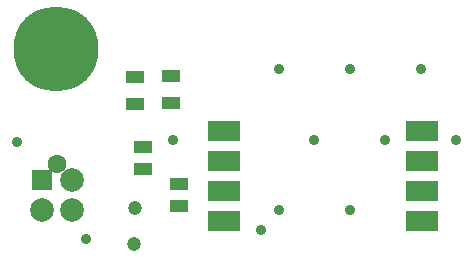
<source format=gts>
G04*
G04 #@! TF.GenerationSoftware,Altium Limited,Altium Designer,24.1.2 (44)*
G04*
G04 Layer_Color=8388736*
%FSLAX44Y44*%
%MOMM*%
G71*
G04*
G04 #@! TF.SameCoordinates,92EDBDDB-073E-4DD7-8E9B-4F7EAADC4A97*
G04*
G04*
G04 #@! TF.FilePolarity,Negative*
G04*
G01*
G75*
%ADD15R,2.7432X1.7232*%
%ADD16C,1.2032*%
%ADD17R,1.5032X1.1032*%
%ADD18C,1.6032*%
%ADD19C,2.0032*%
%ADD20R,1.8032X1.8032*%
%ADD21C,7.2032*%
%ADD22C,0.9032*%
D15*
X360660Y127000D02*
D03*
Y101600D02*
D03*
Y76200D02*
D03*
Y50800D02*
D03*
X193060D02*
D03*
Y76200D02*
D03*
Y101600D02*
D03*
Y127000D02*
D03*
D16*
X118110Y62230D02*
D03*
X116840Y31750D02*
D03*
D17*
X154940Y82550D02*
D03*
Y63550D02*
D03*
X124460Y113640D02*
D03*
Y94640D02*
D03*
X148590Y151060D02*
D03*
Y174060D02*
D03*
X118110Y149790D02*
D03*
Y172790D02*
D03*
D18*
X52070Y99495D02*
D03*
D19*
X64770Y85525D02*
D03*
X64370Y60525D02*
D03*
X39370D02*
D03*
D20*
Y85525D02*
D03*
D21*
X50800Y196850D02*
D03*
D22*
X76200Y35560D02*
D03*
X17780Y118110D02*
D03*
X224790Y43180D02*
D03*
X360000Y180000D02*
D03*
X390000Y120000D02*
D03*
X300000Y180000D02*
D03*
X330000Y120000D02*
D03*
X300000Y60000D02*
D03*
X240000Y180000D02*
D03*
X270000Y120000D02*
D03*
X240000Y60000D02*
D03*
X150000Y120000D02*
D03*
X50800Y224350D02*
D03*
X70800Y216850D02*
D03*
X78300Y196850D02*
D03*
X70800Y176850D02*
D03*
X50800Y169350D02*
D03*
X30800Y176850D02*
D03*
X23300Y196850D02*
D03*
X30800Y216850D02*
D03*
M02*

</source>
